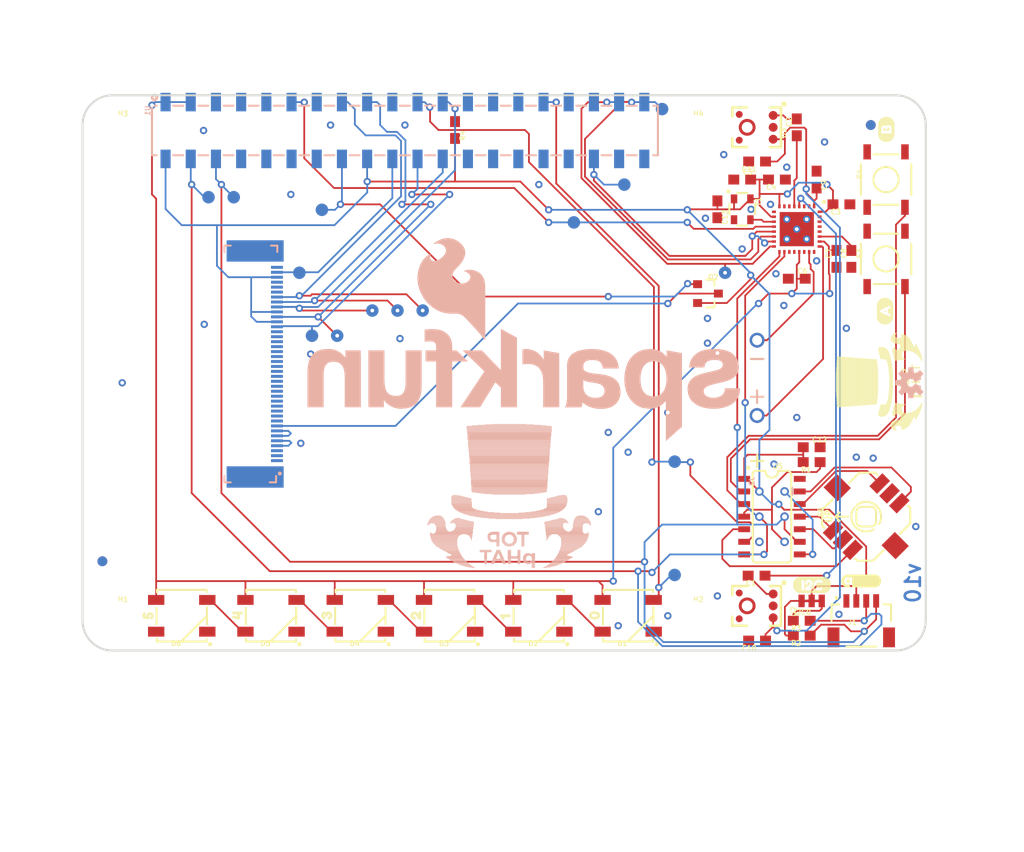
<source format=kicad_pcb>
(kicad_pcb (version 20211014) (generator pcbnew)
  (layers (0 "F.Cu" signal) (31 "B.Cu" signal) (34 "B.Paste" user) (35 "F.Paste" user) (36 "B.SilkS" user "B.Silkscreen") (37 "F.SilkS" user "F.Silkscreen") (38 "B.Mask" user) (39 "F.Mask" user) (44 "Edge.Cuts" user))
  (net 0 "")
  (net 1 "5V")
  (net 2 "3.3V")
  (net 3 "GND")
  (net 4 "SCL")
  (net 5 "SDA")
  (net 6 "N$22")
  (net 7 "N$6")
  (net 8 "N$29")
  (net 9 "N$30")
  (net 10 "RIGHTMIC")
  (net 11 "LEFTMIC")
  (net 12 "N$38")
  (net 13 "MICBIAS")
  (net 14 "BCLK")
  (net 15 "DAC-DAT")
  (net 16 "ADC-DAT")
  (net 17 "DAC-LRC")
  (net 18 "BTN_UP")
  (net 19 "BTN_DOWN")
  (net 20 "BTN_LEFT")
  (net 21 "BTN_RIGHT")
  (net 22 "BTN_CENTER")
  (net 23 "BTN_B")
  (net 24 "BTN_A")
  (net 25 "~{RST_ATTINY}")
  (net 26 "MISO")
  (net 27 "~{INT}")
  (net 28 "N$16")
  (net 29 "N$17")
  (net 30 "N$8")
  (net 31 "N$9")
  (net 32 "N$1")
  (net 33 "N$2")
  (net 34 "N$3")
  (net 35 "LED_DATA")
  (net 36 "SCK")
  (net 37 "~{CS}")
  (net 38 "D/C")
  (net 39 "SDI")
  (net 40 "SDO")
  (net 41 "~{RST_SCREEN}")
  (net 42 "N$4")
  (net 43 "N$11")
  (net 44 "~{BKLITE}")
  (footprint "boardEagle:FIDUCIAL-1X2" (layer "F.Cu") (at 185.4611 80.0036)
    (fp_text reference "FD3" hide)
    (fp_text value "FIDUCIAL1X2" hide)
  )
  (footprint "boardEagle:FIDUCIAL-1X2" (layer "F.Cu") (at 108.0011 124.0036)
    (fp_text reference "FD1" hide)
    (fp_text value "FIDUCIAL1X2" hide)
  )
  (footprint "boardEagle:55" (layer "F.Cu") (at 112.6011 130.8036 90)
    (fp_text reference "U$11" hide)
    (fp_text value "" hide)
  )
  (footprint "boardEagle:11" (layer "F.Cu") (at 148.6011 130.8036 90)
    (fp_text reference "U$4" hide)
    (fp_text value "" hide)
  )
  (footprint "boardEagle:JOYSTICK_MINI" (layer "F.Cu") (at 185.0011 119.5036 45)
    (fp_text reference "S6")
    (fp_text value "Joystick")
  )
  (footprint "boardEagle:RESONATOR-SMD-3.2X2.5" (layer "F.Cu") (at 172.5011 88.5036 -90)
    (fp_text reference "Y1")
    (fp_text value "24 MHz")
  )
  (footprint "boardEagle:0603" (layer "F.Cu") (at 179.5011 112.5036)
    (fp_text reference "C12")
    (fp_text value "0.1uF")
  )
  (footprint "boardEagle:0603" (layer "F.Cu") (at 182.0011 93.5036 90)
    (fp_text reference "C7")
    (fp_text value "4.7uF")
  )
  (footprint "boardEagle:B1" (layer "F.Cu") (at 187.0271 81.8226 90)
    (fp_text reference "U$7" hide)
    (fp_text value "" hide)
  )
  (footprint "boardEagle:WS2812B" (layer "F.Cu") (at 143.0011 129.5036 180)
    (fp_text reference "D3")
    (fp_text value "WS2812B")
  )
  (footprint "boardEagle:CREATIVE_COMMONS" (layer "F.Cu") (at 118.0011 153.0036)
    (fp_text reference "FRAME1" hide)
    (fp_text value "FRAME-LEDGER" hide)
  )
  (footprint "boardEagle:I2C3" (layer "F.Cu") (at 177.5131 126.3996)
    (fp_text reference "U$8" hide)
    (fp_text value "" hide)
  )
  (footprint "boardEagle:0603" (layer "F.Cu") (at 178.0011 95.5036)
    (fp_text reference "C6")
    (fp_text value "4.7uF")
  )
  (footprint "boardEagle:QFN-32" (layer "F.Cu") (at 178.0011 90.5036 -90)
    (fp_text reference "U4" hide)
    (fp_text value "WM8960" hide)
  )
  (footprint "boardEagle:0603" (layer "F.Cu") (at 176.0011 85.5036 180)
    (fp_text reference "C4")
    (fp_text value "0.1uF")
  )
  (footprint "boardEagle:SO14" (layer "F.Cu") (at 175.5011 119.5036 -90)
    (fp_text reference "U5")
    (fp_text value "ATTINY84")
  )
  (footprint "boardEagle:0603" (layer "F.Cu") (at 179.5011 114.0036 180)
    (fp_text reference "R1")
    (fp_text value "10k")
  )
  (footprint "boardEagle:STAND-OFF-TIGHT" (layer "F.Cu") (at 109.5011 129.5036)
    (fp_text reference "H1")
    (fp_text value "STAND-OFFTIGHT")
  )
  (footprint "boardEagle:0603" (layer "F.Cu") (at 143.5511 80.5036 -90)
    (fp_text reference "R4")
    (fp_text value "10k")
  )
  (footprint "boardEagle:ADMP401" (layer "F.Cu") (at 173.0011 128.5036 -90)
    (fp_text reference "U2")
    (fp_text value "ADMP401")
  )
  (footprint "boardEagle:0603" (layer "F.Cu") (at 178.0011 80.2336 90)
    (fp_text reference "C2")
    (fp_text value "2.2uF")
  )
  (footprint "boardEagle:0603" (layer "F.Cu") (at 174.0011 83.6836 180)
    (fp_text reference "C11")
    (fp_text value "0.1uF")
  )
  (footprint "boardEagle:WS2812B" (layer "F.Cu") (at 116.0011 129.5036 180)
    (fp_text reference "D6")
    (fp_text value "WS2812B")
  )
  (footprint "boardEagle:33" (layer "F.Cu") (at 130.6011 130.8036 90)
    (fp_text reference "U$9" hide)
    (fp_text value "" hide)
  )
  (footprint "boardEagle:0603" (layer "F.Cu") (at 180.0011 85.5036 -90)
    (fp_text reference "C9")
    (fp_text value "4.7uF")
  )
  (footprint "boardEagle:0603" (layer "F.Cu") (at 172.5011 85.5036)
    (fp_text reference "C5")
    (fp_text value "0.1uF")
  )
  (footprint "boardEagle:QWIIC_4MM" (layer "F.Cu") (at 184.5011 126.0036)
    (fp_text reference "LOGO3" hide)
    (fp_text value "QWIIC_LOGO_4MM" hide)
  )
  (footprint "boardEagle:0603" (layer "F.Cu") (at 183.5011 93.5036 90)
    (fp_text reference "C8")
    (fp_text value "4.7uF")
  )
  (footprint "boardEagle:WS2812B" (layer "F.Cu") (at 125.0011 129.5036 180)
    (fp_text reference "D5")
    (fp_text value "WS2812B")
  )
  (footprint "boardEagle:22" (layer "F.Cu") (at 139.6011 130.8036 90)
    (fp_text reference "U$5" hide)
    (fp_text value "" hide)
  )
  (footprint "boardEagle:SOT23-3" (layer "F.Cu") (at 169.0011 97.0036 -90)
    (fp_text reference "Q2")
    (fp_text value "1.1A/60V/600mΩ")
  )
  (footprint "boardEagle:ADMP401" (layer "F.Cu") (at 173.0011 80.2336 -90)
    (fp_text reference "U3")
    (fp_text value "ADMP401")
  )
  (footprint "boardEagle:A0" (layer "F.Cu") (at 186.9001 100.2376 90)
    (fp_text reference "U$6" hide)
    (fp_text value "" hide)
  )
  (footprint "boardEagle:0603" (layer "F.Cu") (at 174.0011 132.0036 180)
    (fp_text reference "C10")
    (fp_text value "0.1uF")
  )
  (footprint "boardEagle:TACTILE_SWITCH_SMD_5.2MM" (layer "F.Cu") (at 187.0011 85.5036 90)
    (fp_text reference "S4")
    (fp_text value "MOMENTARY-SWITCH-SPST-SMD-5.2MM-TALL")
  )
  (footprint "boardEagle:0603" (layer "F.Cu") (at 182.5011 88.0036 180)
    (fp_text reference "C3")
    (fp_text value "0.1uF")
  )
  (footprint "boardEagle:WS2812B" (layer "F.Cu") (at 161.0011 129.5036 180)
    (fp_text reference "D1")
    (fp_text value "WS2812B")
  )
  (footprint "boardEagle:WS2812B" (layer "F.Cu") (at 134.0011 129.5036 180)
    (fp_text reference "D4")
    (fp_text value "WS2812B")
  )
  (footprint "boardEagle:0603" (layer "F.Cu") (at 178.5011 131.5036 180)
    (fp_text reference "R2")
    (fp_text value "4.7k")
  )
  (footprint "boardEagle:JST04_1MM_RA" (layer "F.Cu") (at 184.5011 128.0036)
    (fp_text reference "J1")
    (fp_text value "QWIIC")
  )
  (footprint "boardEagle:SMT-JUMPER_3_2-NC_TRACE_NO-SILK" (layer "F.Cu") (at 179.5011 128.0036 180)
    (fp_text reference "I2C0")
    (fp_text value "JUMPER-SMT_3_2-NC_TRACE_NO-SILK")
  )
  (footprint "boardEagle:CVS-1508_PCBSPKR" (layer "F.Cu") (at 174.0011 105.5036 180)
    (fp_text reference "LS2" hide)
    (fp_text value "CVS-1508" hide)
  )
  (footprint "boardEagle:WS2812B" (layer "F.Cu") (at 152.0011 129.5036 180)
    (fp_text reference "D2")
    (fp_text value "WS2812B")
  )
  (footprint "boardEagle:00" (layer "F.Cu") (at 157.6011 130.8036 90)
    (fp_text reference "U$3" hide)
    (fp_text value "" hide)
  )
  (footprint "boardEagle:STAND-OFF-TIGHT" (layer "F.Cu") (at 167.5011 80.5036)
    (fp_text reference "H4")
    (fp_text value "STAND-OFFTIGHT")
  )
  (footprint "boardEagle:STAND-OFF-TIGHT" (layer "F.Cu") (at 167.5011 129.5036)
    (fp_text reference "H2")
    (fp_text value "STAND-OFFTIGHT")
  )
  (footprint "boardEagle:44" (layer "F.Cu") (at 121.6011 130.8036 90)
    (fp_text reference "U$10" hide)
    (fp_text value "" hide)
  )
  (footprint "boardEagle:0603" (layer "F.Cu") (at 178.5011 130.0036 180)
    (fp_text reference "R3")
    (fp_text value "4.7k")
  )
  (footprint "boardEagle:2020#02#27#PNG" (layer "F.Cu") (at 186.5011 106.0036 90)
    (fp_text reference "U$1" hide)
    (fp_text value "" hide)
  )
  (footprint "boardEagle:STAND-OFF-TIGHT" (layer "F.Cu") (at 109.5011 80.5036)
    (fp_text reference "H3")
    (fp_text value "STAND-OFFTIGHT")
  )
  (footprint "boardEagle:0603" (layer "F.Cu") (at 170.0011 88.5036 -90)
    (fp_text reference "C13")
    (fp_text value "10nF")
  )
  (footprint "boardEagle:TACTILE_SWITCH_SMD_5.2MM" (layer "F.Cu") (at 187.0011 93.5036 90)
    (fp_text reference "S3")
    (fp_text value "MOMENTARY-SWITCH-SPST-SMD-5.2MM-TALL")
  )
  (footprint "boardEagle:0603" (layer "F.Cu") (at 173.9511 125.4536 180)
    (fp_text reference "C1")
    (fp_text value "2.2uF")
  )
  (footprint "boardEagle:PAD.03X.05" (layer "B.Cu") (at 137.7511 98.7136 180)
    (fp_text reference "TP5" hide)
    (fp_text value "TEST-POINT3X5" hide)
  )
  (footprint "boardEagle:RASPBERRY_PI_SHIELD_BOTTOM_ENTRY_NOHOLES" (layer "B.Cu") (at 106.0011 75.7536)
    (fp_text reference "U1")
    (fp_text value "Raspberry Pi Header")
  )
  (footprint "boardEagle:2X3_TEST_POINTS" (layer "B.Cu") (at 175.5011 119.5036 -90)
    (fp_text reference "J2")
    (fp_text value "AVR_SPI_PROG_3X2TESTPOINTS")
  )
  (footprint "boardEagle:PAD.03X.05" (layer "B.Cu") (at 170.7711 94.9036 180)
    (fp_text reference "TP10" hide)
    (fp_text value "TEST-POINT3X5" hide)
  )
  (footprint "boardEagle:2020#02#27#PNG" (layer "B.Cu") (at 149.1811 117.7636 180)
    (fp_text reference "U$12" hide)
    (fp_text value "" hide)
  )
  (footprint "boardEagle:PAD.03X.05" (layer "B.Cu") (at 129.1311 101.2536 180)
    (fp_text reference "TP4" hide)
    (fp_text value "TEST-POINT3X5" hide)
  )
  (footprint "boardEagle:PAD.03X.05" (layer "B.Cu") (at 165.6911 125.3836 180)
    (fp_text reference "TP7" hide)
    (fp_text value "TEST-POINT3X5" hide)
  )
  (footprint "boardEagle:PAD.03X.05" (layer "B.Cu") (at 121.2411 87.2836 180)
    (fp_text reference "TP1" hide)
    (fp_text value "TEST-POINT3X5" hide)
  )
  (footprint "boardEagle:PAD.03X.05" (layer "B.Cu") (at 140.2911 98.7136 180)
    (fp_text reference "TP13" hide)
    (fp_text value "TEST-POINT3X5" hide)
  )
  (footprint "boardEagle:FPC05040-17204" (layer "B.Cu") (at 125.0011 104.1036 90)
    (fp_text reference "J3" hide)
    (fp_text value "2.4\" TFT" hide)
  )
  (footprint "boardEagle:PAD.03X.05" (layer "B.Cu") (at 160.6111 86.0136 180)
    (fp_text reference "TP9" hide)
    (fp_text value "TEST-POINT3X5" hide)
  )
  (footprint "boardEagle:SFE_LOGO_NAME_FLAME_.4" (layer "B.Cu") (at 173.0011 112.0036 180)
    (fp_text reference "LOGO2" hide)
    (fp_text value "SFE_LOGO_NAME_FLAME.4_INCH" hide)
  )
  (footprint "boardEagle:PAD.03X.05" (layer "B.Cu") (at 164.4211 78.3936 180)
    (fp_text reference "TP11" hide)
    (fp_text value "TEST-POINT3X5" hide)
  )
  (footprint "boardEagle:PAD.03X.05" (layer "B.Cu") (at 130.1311 88.5536 180)
    (fp_text reference "TP12" hide)
    (fp_text value "TEST-POINT3X5" hide)
  )
  (footprint "boardEagle:FIDUCIAL-1X2" (layer "B.Cu") (at 108.0011 124.0036 180)
    (fp_text reference "FD2" hide)
    (fp_text value "FIDUCIAL1X2" hide)
  )
  (footprint "boardEagle:PAD.03X.05" (layer "B.Cu") (at 131.6711 101.2536 180)
    (fp_text reference "TP14" hide)
    (fp_text value "TEST-POINT3X5" hide)
  )
  (footprint "boardEagle:FIDUCIAL-1X2" (layer "B.Cu") (at 185.4611 80.0036 180)
    (fp_text reference "FD4" hide)
    (fp_text value "FIDUCIAL1X2" hide)
  )
  (footprint "boardEagle:PAD.03X.05" (layer "B.Cu") (at 165.6911 113.9536 180)
    (fp_text reference "TP15" hide)
    (fp_text value "TEST-POINT3X5" hide)
  )
  (footprint "boardEagle:PAD.03X.05" (layer "B.Cu") (at 118.7011 87.2836 180)
    (fp_text reference "TP2" hide)
    (fp_text value "TEST-POINT3X5" hide)
  )
  (footprint "boardEagle:PAD.03X.05" (layer "B.Cu") (at 155.5311 89.8236 180)
    (fp_text reference "TP8" hide)
    (fp_text value "TEST-POINT3X5" hide)
  )
  (footprint "boardEagle:OSHW-LOGO-S" (layer "B.Cu") (at 189.5011 106.0036 -90)
    (fp_text reference "LOGO4" hide)
    (fp_text value "OSHW-LOGOS" hide)
  )
  (footprint "boardEagle:PAD.03X.05" (layer "B.Cu") (at 127.8611 94.9036 180)
    (fp_text reference "TP3" hide)
    (fp_text value "TEST-POINT3X5" hide)
  )
  (footprint "boardEagle:PAD.03X.05" (layer "B.Cu") (at 135.2111 98.7136 180)
    (fp_text reference "TP6" hide)
    (fp_text value "TEST-POINT3X5" hide)
  )
  (gr_arc (start 191.0011 130.0036) (mid 190.12242 132.12492) (end 188.0011 133.0036) (layer "Edge.Cuts") (width 0.2032))
  (gr_arc (start 109.0011 133.0036) (mid 106.87978 132.12492) (end 106.0011 130.0036) (layer "Edge.Cuts") (width 0.2032))
  (gr_line (start 188.0011 133.0036) (end 109.0011 133.0036) (layer "Edge.Cuts") (width 0.2032))
  (gr_arc (start 106.0011 80.0036) (mid 106.87978 77.88228) (end 109.0011 77.0036) (layer "Edge.Cuts") (width 0.2032))
  (gr_line (start 191.0011 80.0036) (end 191.0011 130.0036) (layer "Edge.Cuts") (width 0.2032))
  (gr_arc (start 188.0011 77.0036) (mid 190.12242 77.88228) (end 191.0011 80.0036) (layer "Edge.Cuts") (width 0.2032))
  (gr_line (start 109.0011 77.0036) (end 188.0011 77.0036) (layer "Edge.Cuts") (width 0.2032))
  (gr_line (start 106.0011 130.0036) (end 106.0011 80.0036) (layer "Edge.Cuts") (width 0.2032))
  (gr_text "v10" (at 190.6011 124.0036 -270) (layer "B.Cu") (effects (font (size 1.5113 1.5113) (thickness 0.2667)) (justify left bottom mirror)))
  (segment (start 181.2344 95.014069) (end 181.3161 95.095769) (width 0.1778) (layer "F.Cu") (net 1))
  (segment (start 158.4241 127.9036) (end 158.4241 126.4266) (width 0.1778) (layer "F.Cu") (net 1))
  (segment (start 113.4241 126.0036) (end 113.4241 87.4266) (width 0.1778) (layer "F.Cu") (net 1))
  (segment (start 181.3161 95.095769) (end 181.3161 97.0036) (width 0.1778) (layer "F.Cu") (net 1))
  (segment (start 122.4241 126.0266) (end 122.4011 126.0036) (width 0.1778) (layer "F.Cu") (net 1))
  (segment (start 149.4011 126.0036) (end 140.4011 126.0036) (width 0.1778) (layer "F.Cu") (net 1))
  (segment (start 131.4011 126.0036) (end 122.4011 126.0036) (width 0.1778) (layer "F.Cu") (net 1))
  (segment (start 178.0011 95.5036) (end 178.0011 96.5036) (width 0.1778) (layer "F.Cu") (net 1))
  (segment (start 113.0011 87.0036) (end 113.0011 78.0036) (width 0.1778) (layer "F.Cu") (net 1))
  (segment (start 122.4241 127.9036) (end 122.4241 126.0266) (width 0.1778) (layer "F.Cu") (net 1))
  (segment (start 175.1511 97.0036) (end 177.5011 97.0036) (width 0.1778) (layer "F.Cu") (net 1))
  (segment (start 113.4241 87.4266) (end 113.0011 87.0036) (width 0.1778) (layer "F.Cu") (net 1))
  (segment (start 158.4241 126.4266) (end 158.0011 126.0036) (width 0.1778) (layer "F.Cu") (net 1))
  (segment (start 181.2844 92.6536) (end 181.2344 92.7036) (width 0.1778) (layer "F.Cu") (net 1))
  (segment (start 158.0011 126.0036) (end 149.4011 126.0036) (width 0.1778) (layer "F.Cu") (net 1))
  (segment (start 182.0011 92.6536) (end 181.2844 92.6536) (width 0.1778) (layer "F.Cu") (net 1))
  (segment (start 181.2344 92.7036) (end 181.2344 95.014069) (width 0.1778) (layer "F.Cu") (net 1))
  (segment (start 181.2344 92.2369) (end 181.2344 92.7036) (width 0.1778) (layer "F.Cu") (net 1))
  (segment (start 178.8511 95.5036) (end 178.0011 95.5036) (width 0.1778) (layer "F.Cu") (net 1))
  (segment (start 149.4241 127.9036) (end 149.4241 126.0266) (width 0.1778) (layer "F.Cu") (net 1))
  (segment (start 131.4241 127.9036) (end 131.4241 126.0266) (width 0.1778) (layer "F.Cu") (net 1))
  (segment (start 140.4011 126.0036) (end 131.4011 126.0036) (width 0.1778) (layer "F.Cu") (net 1))
  (segment (start 158.0011 126.0036) (end 159.5011 126.0036) (width 0.1778) (layer "F.Cu") (net 1))
  (segment (start 149.4241 126.0266) (end 149.4011 126.0036) (width 0.1778) (layer "F.Cu") (net 1))
  (segment (start 178.2511 92.8036) (end 178.2511 93.8536) (width 0.1778) (layer "F.Cu") (net 1))
  (segment (start 180.3011 91.7536) (end 180.7511 91.7536) (width 0.1778) (layer "F.Cu") (net 1))
  (segment (start 178.2511 93.8536) (end 178.0011 94.1036) (width 0.1778) (layer "F.Cu") (net 1))
  (segment (start 140.4241 127.9036) (end 140.4241 126.0266) (width 0.1778) (layer "F.Cu") (net 1))
  (segment (start 174.1511 98.0036) (end 175.1511 97.0036) (width 0.1778) (layer "F.Cu") (net 1))
  (segment (start 178.0011 94.1036) (end 178.0011 95.5036) (width 0.1778) (layer "F.Cu") (net 1))
  (segment (start 113.4241 127.9036) (end 113.4241 126.0036) (width 0.1778) (layer "F.Cu") (net 1))
  (segment (start 140.4241 126.0266) (end 140.4011 126.0036) (width 0.1778) (layer "F.Cu") (net 1))
  (segment (start 131.4241 126.0266) (end 131.4011 126.0036) (width 0.1778) (layer "F.Cu") (net 1))
  (segment (start 122.4011 126.0036) (end 113.4241 126.0036) (width 0.1778) (layer "F.Cu") (net 1))
  (segment (start 178.0011 96.5036) (end 177.5011 97.0036) (width 0.1778) (layer "F.Cu") (net 1))
  (segment (start 180.7511 91.7536) (end 181.2344 92.2369) (width 0.1778) (layer "F.Cu") (net 1))
  (via (at 159.5011 126.0036) (size 0.7366) (drill 0.381) (layers "F.Cu" "B.Cu") (net 1))
  (via (at 181.3161 97.0036) (size 0.7366) (drill 0.381) (layers "F.Cu" "B.Cu") (net 1))
  (via (at 113.0011 78.0036) (size 0.7366) (drill 0.381) (layers "F.Cu" "B.Cu") (net 1))
  (via (at 177.5011 97.0036) (size 0.7366) (drill 0.381) (layers "F.Cu" "B.Cu") (net 1))
  (via (at 174.1511 98.0036) (size 0.7366) (drill 0.381) (layers "F.Cu" "B.Cu") (net 1))
  (segment (start 114.3711 77.6886) (end 116.9111 77.6886) (width 0.1778) (layer "B.Cu") (net 1))
  (segment (start 174.0511 98.0036) (end 174.1511 98.0036) (width 0.1778) (layer "B.Cu") (net 1))
  (segment (start 174.0511 98.0036) (end 159.5011 112.5536) (width 0.1778) (layer "B.Cu") (net 1))
  (segment (start 181.3161 97.0036) (end 177.5011 97.0036) (width 0.1778) (layer "B.Cu") (net 1))
  (segment (start 114.3711 77.6886) (end 113.3161 77.6886) (width 0.1778) (layer "B.Cu") (net 1))
  (segment (start 113.3161 77.6886) (end 113.0011 78.0036) (width 0.1778) (layer "B.Cu") (net 1))
  (segment (start 159.5011 126.0036) (end 159.5011 112.5536) (width 0.1778) (layer "B.Cu") (net 1))
  (segment (start 174.2511 87.0036) (end 174.2511 85.5036) (width 0.1778) (layer "F.Cu") (net 2))
  (segment (start 177.0511 86.9536) (end 176.2511 86.9536) (width 0.1778) (layer "F.Cu") (net 2))
  (segment (start 173.3511 85.5036) (end 174.2511 85.5036) (width 0.1778) (layer "F.Cu") (net 2))
  (segment (start 174.2011 87.4536) (end 174.2511 87.5036) (width 0.1778) (layer "F.Cu") (net 2))
  (segment (start 173.3516 95.1531) (end 173.3516 95.5531) (width 0.1778) (layer "F.Cu") (net 2))
  (segment (start 181.6511 86.6075) (end 181.0472 86.0036) (width 0.1778) (layer "F.Cu") (net 2))
  (segment (start 171.6761 88.5036) (end 170.0011 88.5036) (width 0.1778) (layer "F.Cu") (net 2))
  (segment (start 181.285656 118.8051) (end 185.0011 122.520544) (width 0.1778) (layer "F.Cu") (net 2))
  (segment (start 143.5511 81.3536) (end 143.5511 85.7036) (width 0.1778) (layer "F.Cu") (net 2))
  (segment (start 173.3516 95.5531) (end 170.9511 97.9536) (width 0.1778) (layer "F.Cu") (net 2))
  (segment (start 176.2511 86.9536) (end 174.3011 86.9536) (width 0.1778) (layer "F.Cu") (net 2))
  (segment (start 152.9911 88.5536) (end 150.1411 85.7036) (width 0.1778) (layer "F.Cu") (net 2))
  (segment (start 175.7011 89.2536) (end 175.4011 89.2536) (width 0.1778) (layer "F.Cu") (net 2))
  (segment (start 171.6761 87.4536) (end 171.6761 88.5036) (width 0.1778) (layer "F.Cu") (net 2))
  (segment (start 172.7011 115.6936) (end 172.9611 115.6936) (width 0.1778) (layer "F.Cu") (net 2))
  (segment (start 173.0511 113.2536) (end 178.6511 113.2536) (width 0.1778) (layer "F.Cu") (net 2))
  (segment (start 174.2511 85.5036) (end 175.1511 85.5036) (width 0.1778) (layer "F.Cu") (net 2))
  (segment (start 175.4011 89.2536) (end 174.2511 88.1036) (width 0.1778) (layer "F.Cu") (net 2))
  (segment (start 179.5011 128.0036) (end 179.5011 127.0036) (width 0.1778) (layer "F.Cu") (net 2))
  (segment (start 172.9611 115.6936) (end 174.2311 116.9636) (width 0.1778) (layer "F.Cu") (net 2))
  (segment (start 167.0111 88.5036) (end 166.9611 88.5536) (width 0.1778) (layer "F.Cu") (net 2))
  (segment (start 174.2511 88.1036) (end 174.2511 87.5036) (width 0.1778) (layer "F.Cu") (net 2))
  (segment (start 170.0011 88.5036) (end 167.0111 88.5036) (width 0.1778) (layer "F.Cu") (net 2))
  (segment (start 184.0011 126.5036) (end 184.0011 128.0036) (width 0.1778) (layer "F.Cu") (net 2))
  (segment (start 178.6511 113.2536) (end 178.6511 112.5036) (width 0.1778) (layer "F.Cu") (net 2))
  (segment (start 173.3261 87.4536) (end 172.2761 88.5036) (width 0.1778) (layer "F.Cu") (net 2))
  (segment (start 176.7376 118.8051) (end 181.285656 118.8051) (width 0.1778) (layer "F.Cu") (net 2))
  (segment (start 185.0011 122.520544) (end 185.0011 126.5036) (width 0.1778) (layer "F.Cu") (net 2))
  (segment (start 184.0011 126.5036) (end 185.0011 126.5036) (width 0.1778) (layer "F.Cu") (net 2))
  (segment (start 180.0011 126.5036) (end 184.0011 126.5036) (width 0.1778) (layer "F.Cu") (net 2))
  (segment (start 172.7011 115.6936) (end 172.7011 113.6036) (width 0.1778) (layer "F.Cu") (net 2))
  (segment (start 143.5511 85.7036) (end 134.7011 85.7036) (width 0.1778) (layer "F.Cu") (net 2))
  (segment (start 176.2511 88.2036) (end 176.2511 86.9536) (width 0.1778) (layer "F.Cu") (net 2))
  (segment (start 178.6511 114.0036) (end 178.6511 113.2536) (width 0.1778) (layer "F.Cu") (net 2))
  (segment (start 179.5011 127.0036) (end 180.0011 126.5036) (width 0.1778) (layer "F.Cu") (net 2))
  (segment (start 170.9511 97.9536) (end 168.0011 97.9536) (width 0.1778) (layer "F.Cu") (net 2))
  (segment (start 150.1411 85.7036) (end 143.5511 85.7036) (width 0.1778) (layer "F.Cu") (net 2))
  (segment (start 173.3261 87.4536) (end 174.2011 87.4536) (width 0.1778) (layer "F.Cu") (net 2))
  (segment (start 180.9011 88.7536) (end 181.6511 88.0036) (width 0.1778) (layer "F.Cu") (net 2))
  (segment (start 181.6511 88.0036) (end 181.6511 86.6075) (width 0.1778) (layer "F.Cu") (net 2))
  (segment (start 174.2511 87.5036) (end 174.2511 87.0036) (width 0.1778) (layer "F.Cu") (net 2))
  (segment (start 174.3011 86.9536) (end 174.2511 87.0036) (width 0.1778) (layer "F.Cu") (net 2))
  (segment (start 172.7011 113.6036) (end 173.0511 113.2536) (width 0.1778) (layer "F.Cu") (net 2))
  (segment (start 176.7376 118.8051) (end 176.1861 118.2536) (width 0.1778) (layer "F.Cu") (net 2))
  (segment (start 172.2761 88.5036) (end 171.6761 88.5036) (width 0.1778) (layer "F.Cu") (net 2))
  (segment (start 170.0011 87.6536) (end 170.0011 88.5036) (width 0.1778) (layer "F.Cu") (net 2))
  (segment (start 180.3011 88.7536) (end 180.9011 88.7536) (width 0.1778) (layer "F.Cu") (net 2))
  (via (at 134.7011 85.7036) (size 0.7366) (drill 0.381) (layers "F.Cu" "B.Cu") (net 2))
  (via (at 181.0472 86.0036) (size 0.7366) (drill 0.381) (layers "F.Cu" "B.Cu") (net 2))
  (via (at 152.9911 88.5536) (size 0.7366) (drill 0.381) (layers "F.Cu" "B.Cu") (net 2))
  (via (at 173.3516 95.1531) (size 0.7366) (drill 0.381) (layers "F.Cu" "B.Cu") (net 2))
  (via (at 176.1861 118.2536) (size 0.7366) (drill 0.381) (layers "F.Cu" "B.Cu") (net 2))
  (via (at 166.9611 88.5536) (size 0.7366) (drill 0.381) (layers "F.Cu" "B.Cu") (net 2))
  (via (at 177.0511 86.9536) (size 0.7366) (drill 0.381) (layers "F.Cu" "B.Cu") (net 2))
  (segment (start 119.5511 90.1036) (end 116.0011 90.1036) (width 0.1778) (layer "B.Cu") (net 2))
  (segment (start 123.5511 99.8536) (end 123.0011 99.3036) (width 0.1778) (layer "B.Cu") (net 2))
  (segment (start 123.0011 98.8536) (end 123.0011 95.3536) (width 0.1778) (layer "B.Cu") (net 2))
  (segment (start 180.864131 85.8186) (end 178.1861 85.8186) (width 0.1778) (layer "B.Cu") (net 2))
  (segment (start 175.5211 118.2536) (end 174.2311 116.9636) (width 0.1778) (layer "B.Cu") (net 2))
  (segment (start 114.3711 88.4736) (end 116.0011 90.1036) (width 0.1778) (layer "B.Cu") (net 2))
  (segment (start 125.6011 98.8536) (end 123.0011 98.8536) (width 0.1778) (layer "B.Cu") (net 2))
  (segment (start 174.2311 116.9636) (end 174.2311 111.7736) (width 0.1778) (layer "B.Cu") (net 2))
  (segment (start 134.6911 85.6936) (end 134.6911 83.4186) (width 0.1778) (layer "B.Cu") (net 2))
  (segment (start 114.3711 83.4186) (end 114.3711 88.4736) (width 0.1778) (layer "B.Cu") (net 2))
  (segment (start 175.2511 97.0526) (end 173.3516 95.1531) (width 0.1778) (layer "B.Cu") (net 2))
  (segment (start 181.0472 86.0036) (end 181.0472 86.001669) (width 0.1778) (layer "B.Cu") (net 2))
  (segment (start 125.6011 99.8536) (end 123.5511 99.8536) (width 0.1778) (layer "B.Cu") (net 2))
  (segment (start 181.0472 86.001669) (end 180.864131 85.8186) (width 0.1778) (layer "B.Cu") (net 2))
  (segment (start 173.3516 94.9441) (end 166.9611 88.5536) (width 0.1778) (layer "B.Cu") (net 2))
  (segment (start 173.3516 95.1531) (end 173.3516 94.9441) (width 0.1778) (layer "B.Cu") (net 2))
  (segment (start 176.1861 118.2536) (end 175.5211 118.2536) (width 0.1778) (layer "B.Cu") (net 2))
  (segment (start 120.7011 95.3536) (end 119.5511 94.2036) (width 0.1778) (layer "B.Cu") (net 2))
  (segment (start 166.9611 88.5536) (end 152.9911 88.5536) (width 0.1778) (layer "B.Cu") (net 2))
  (segment (start 131.4011 90.1036) (end 119.5511 90.1036) (width 0.1778) (layer "B.Cu") (net 2))
  (segment (start 134.7011 85.7036) (end 134.6911 85.6936) (width 0.1778) (layer "B.Cu") (net 2))
  (segment (start 134.7011 85.7036) (end 134.7011 86.8036) (width 0.1778) (layer "B.Cu") (net 2))
  (segment (start 123.0011 95.3536) (end 120.7011 95.3536) (width 0.1778) (layer "B.Cu") (net 2))
  (segment (start 123.0011 99.3036) (end 123.0011 98.8536) (width 0.1778) (layer "B.Cu") (net 2))
  (segment (start 123.0011 95.3536) (end 125.6011 95.3536) (width 0.1778) (layer "B.Cu") (net 2))
  (segment (start 175.2511 110.7536) (end 175.2511 97.0526) (width 0.1778) (layer "B.Cu") (net 2))
  (segment (start 178.1861 85.8186) (end 177.0511 86.9536) (width 0.1778) (layer "B.Cu") (net 2))
  (segment (start 119.5511 94.2036) (end 119.5511 90.1036) (width 0.1778) (layer "B.Cu") (net 2))
  (segment (start 134.7011 86.8036) (end 131.4011 90.1036) (width 0.1778) (layer "B.Cu") (net 2))
  (segment (start 174.2311 111.7736) (end 175.2511 110.7536) (width 0.1778) (layer "B.Cu") (net 2))
  (via (at 173.3931 88.5036) (size 0.7366) (drill 0.381) (layers "F.Cu" "B.Cu") (net 3))
  (via (at 118.2711 100.1036) (size 0.7366) (drill 0.381) (layers "F.Cu" "B.Cu") (net 3))
  (via (at 175.3511 88.0036) (size 0.7366) (drill 0.381) (layers "F.Cu" "B.Cu") (net 3))
  (via (at 165.0011 109.0036) (size 0.7366) (drill 0.381) (layers "F.Cu" "B.Cu") (net 3))
  (via (at 169.0011 102.0036) (size 0.7366) (drill 0.381) (layers "F.Cu" "B.Cu") (net 3))
  (via (at 183.0011 100.5036) (size 0.7366) (drill 0.381) (layers "F.Cu" "B.Cu") (net 3))
  (via (at 170.0011 103.0036) (size 0.7366) (drill 0.381) (layers "F.Cu" "B.Cu") (net 3))
  (via (at 161.0011 113.0036) (size 0.7366) (drill 0.381) (layers "F.Cu" "B.Cu") (net 3))
  (via (at 176.9911 84.2536) (size 0.7366) (drill 0.381) (layers "F.Cu" "B.Cu") (net 3))
  (via (at 184.0011 113.5036) (size 0.7366) (drill 0.381) (layers "F.Cu" "B.Cu") (net 3))
  (via (at 190.0011 120.5036) (size 0.7366) (drill 0.381) (layers "F.Cu" "B.Cu") (net 3))
  (via (at 179.0011 91.5036) (size 0.7366) (drill 0.381) (layers "F.Cu" "B.Cu") (net 3))
  (via (at 165.0011 129.5036) (size 0.7366) (drill 0.381) (layers "F.Cu" "B.Cu") (net 3))
  (via (at 180.8011 81.7136) (size 0.7366) (drill 0.381) (layers "F.Cu" "B.Cu") (net 3))
  (via (at 152.0011 86.0036) (size 0.7366) (drill 0.381) (layers "F.Cu" "B.Cu") (net 3))
  (via (at 179.0011 89.5036) (size 0.7366) (drill 0.381) (layers "F.Cu" "B.Cu") (net 3))
  (via (at 169.0011 99.5036) (size 0.7366) (drill 0.381) (layers "F.Cu" "B.Cu") (net 3))
  (via (at 178.0011 90.5036) (size 0.7366) (drill 0.381) (layers "F.Cu" "B.Cu") (net 3))
  (via (at 177.0011 89.5036) (size 0.7366) (drill 0.381) (layers "F.Cu" "B.Cu") (net 3))
  (via (at 170.0011 127.5036) (size 0.7366) (drill 0.381) (layers "F.Cu" "B.Cu") (net 3))
  (via (at 176.7011 98.2036) (size 0.7366) (drill 0.381) (layers "F.Cu" "B.Cu") (net 3))
  (via (at 158.0011 119.0036) (size 0.7366) (drill 0.381) (layers "F.Cu" "B.Cu") (net 3))
  (via (at 178.0011 109.5036) (size 0.7366) (drill 0.381) (layers "F.Cu" "B.Cu") (net 3))
  (via (at 129.0011 103.1036) (size 0.7366) (drill 0.381) (layers "F.Cu" "B.Cu") (net 3))
  (via (at 185.7011 113.6036) (size 0.7366) (drill 0.381) (layers "F.Cu" "B.Cu") (net 3))
  (via (at 172.4931 92.5036) (size 0.7366) (drill 0.381) (layers "F.Cu" "B.Cu") (net 3))
  (via (at 128.0011 112.1036) (size 0.7366) (drill 0.381) (layers "F.Cu" "B.Cu") (net 3))
  (via (at 110.0011 106.0036) (size 0.7366) (drill 0.381) (layers "F.Cu" "B.Cu") (net 3))
  (via (at 160.0011 130.5036) (size 0.7366) (drill 0.381) (layers "F.Cu" "B.Cu") (net 3))
  (via (at 127.0011 87.0036) (size 0.7366) (drill 0.381) (layers "F.Cu" "B.Cu") (net 3))
  (via (at 175.7011 114.2036) (size 0.7366) (drill 0.381) (layers "F.Cu" "B.Cu") (net 3))
  (via (at 159.0011 111.0036) (size 0.7366) (drill 0.381) (layers "F.Cu" "B.Cu") (net 3))
  (via (at 175.9011 95.0036) (size 0.7366) (drill 0.381) (layers "F.Cu" "B.Cu") (net 3))
  (via (at 170.6411 82.9836) (size 0.7366) (drill 0.381) (layers "F.Cu" "B.Cu") (net 3))
  (via (at 131.0011 80.0036) (size 0.7366) (drill 0.381) (layers "F.Cu" "B.Cu") (net 3))
  (via (at 177.0011 91.5036) (size 0.7366) (drill 0.381) (layers "F.Cu" "B.Cu") (net 3))
  (via (at 182.2511 129.3536) (size 0.7366) (drill 0.381) (layers "F.Cu" "B.Cu") (net 3))
  (via (at 138.5011 80.0036) (size 0.7366) (drill 0.381) (layers "F.Cu" "B.Cu") (net 3))
  (via (at 168.7931 89.4036) (size 0.7366) (drill 0.381) (layers "F.Cu" "B.Cu") (net 3))
  (via (at 138.0011 101.5436) (size 0.7366) (drill 0.381) (layers "F.Cu" "B.Cu") (net 3))
  (via (at 118.2011 80.5536) (size 0.7366) (drill 0.381) (layers "F.Cu" "B.Cu") (net 3))
  (via (at 180.0011 93.7036) (size 0.7366) (drill 0.381) (layers "F.Cu" "B.Cu") (net 3))
  (segment (start 125.6011 111.8536) (end 126.8511 111.8536) (width 0.1778) (layer "B.Cu") (net 3))
  (segment (start 126.7511 110.8536) (end 127.0011 111.1036) (width 0.1778) (layer "B.Cu") (net 3))
  (segment (start 126.7511 111.3536) (end 127.0011 111.1036) (width 0.1778) (layer "B.Cu") (net 3))
  (segment (start 126.8511 111.8536) (end 127.0511 112.0536) (width 0.1778) (layer "B.Cu") (net 3))
  (segment (start 125.6011 111.3536) (end 126.7511 111.3536) (width 0.1778) (layer "B.Cu") (net 3))
  (segment (start 126.7511 112.3536) (end 127.0511 112.0536) (width 0.1778) (layer "B.Cu") (net 3))
  (segment (start 125.6011 112.3536) (end 126.7511 112.3536) (width 0.1778) (layer "B.Cu") (net 3))
  (segment (start 125.6011 110.8536) (end 126.7511 110.8536) (width 0.1778) (layer "B.Cu") (net 3))
  (segment (start 186.0011 128.0036) (end 186.0011 129.8686) (width 0.1778) (layer "F.Cu") (net 4))
  (segment (start 186.0011 129.8686) (end 184.8011 131.0686) (width 0.1778) (layer "F.Cu") (net 4))
  (segment (start 162.6511 124.0536) (end 126.9311 124.0536) (width 0.1778) (layer "F.Cu") (net 4))
  (segment (start 126.9311 124.0536) (end 120.0011 117.1236) (width 0.1778) (layer "F.Cu") (net 4))
  (segment (start 184.8011 131.0686) (end 183.468068 131.0686) (width 0.1778) (layer "F.Cu") (net 4))
  (segment (start 180.4511 130.4036) (end 182.803068 130.4036) (width 0.1778) (layer "F.Cu") (net 4))
  (segment (start 176.7711 120.7736) (end 178.0411 122.0436) (width 0.1778) (layer "F.Cu") (net 4))
  (segment (start 120.0011 117.1236) (end 120.0011 86.0036) (width 0.1778) (layer "F.Cu") (net 4))
  (segment (start 172.0011 110.5036) (end 172.0011 97.5007) (width 0.1778) (layer "F.Cu") (net 4))
  (segment (start 179.3511 131.5036) (end 180.4511 130.4036) (width 0.1778) (layer "F.Cu") (net 4))
  (segment (start 176.2511 93.2507) (end 176.2511 92.8036) (width 0.1778) (layer "F.Cu") (net 4))
  (segment (start 183.468068 131.0686) (end 182.803068 130.4036) (width 0.1778) (layer "F.Cu") (net 4))
  (segment (start 176.7711 119.5036) (end 176.7711 120.7736) (width 0.1778) (layer "F.Cu") (net 4))
  (segment (start 178.0411 122.0436) (end 178.3011 122.0436) (width 0.1778) (layer "F.Cu") (net 4))
  (segment (start 172.0011 97.5007) (end 176.2511 93.2507) (width 0.1778) (layer "F.Cu") (net 4))
  (via (at 120.0011 86.0036) (size 0.7366) (drill 0.381) (layers "F.Cu" "B.Cu") (net 4))
  (via (at 172.0011 110.5036) (size 0.7366) (drill 0.381) (layers "F.Cu" "B.Cu") (net 4))
  (via (at 162.6511 124.0536) (size 0.7366) (drill 0.381) (layers "F.Cu" "B.Cu") (net 4))
  (via (at 184.8011 131.0686) (size 0.7366) (drill 0.381) (layers "F.Cu" "B.Cu") (net 4))
  (segment (start 120.0011 86.0436) (end 121.2411 87.2836) (width 0.1778) (layer "B.Cu") (net 4))
  (segment (start 162.6564 124.0589) (end 162.6511 124.0536) (width 0.1778) (layer "B.Cu") (net 4))
  (segment (start 172.0011 110.5036) (end 172.0011 120.2636) (width 0.1778) (layer "B.Cu") (net 4))
  (segment (start 175.9711 120.3036) (end 172.0411 120.3036) (width 0.1778) (layer "B.Cu") (net 4))
  (segment (start 164.4211 120.3036) (end 162.6564 122.0683) (width 0.1778) (layer "B.Cu") (net 4))
  (segment (start 119.4511 85.4536) (end 119.4511 83.4186) (width 0.1778) (layer "B.Cu") (net 4))
  (segment (start 120.0011 86.0036) (end 120.0011 86.0436) (width 0.1778) (layer "B.Cu") (net 4))
  (segment (start 164.548412 132.1536) (end 162.6564 130.261588) (width 0.1778) (layer "B.Cu") (net 4))
  (segment (start 183.7161 132.1536) (end 164.548412 132.1536) (width 0.1778) (layer "B.Cu") (net 4))
  (segment (start 176.7711 119.5036) (end 175.9711 120.3036) (width 0.1778) (layer "B.Cu") (net 4))
  (segment (start 172.0411 120.3036) (end 164.4211 120.3036) (width 0.1778) (layer "B.Cu") (net 4))
  (segment (start 162.6564 130.261588) (end 162.6564 124.0589) (width 0.1778) (layer "B.Cu") (net 4))
  (segment (start 172.0011 120.2636) (end 172.0411 120.3036) (width 0.1778) (layer "B.Cu") (net 4))
  (segment (start 120.0011 86.0036) (end 119.4511 85.4536) (width 0.1778) (layer "B.Cu") (net 4))
  (segment (start 162.6564 122.0683) (end 162.6564 124.0589) (width 0.1778) (layer "B.Cu") (net 4))
  (segment (start 184.8011 131.0686) (end 183.7161 132.1536) (width 0.1778) (layer "B.Cu") (net 4))
  (segment (start 176.7511 92.8036) (end 176.7511 93.2536) (width 0.1778) (layer "F.Cu") (net 5))
  (segment (start 174.2311 119.5036) (end 175.0011 120.2736) (width 0.1778) (layer "F.Cu") (net 5))
  (segment (start 124.8811 125.0036) (end 162.0011 125.0036) (width 0.1778) (layer "F.Cu") (net 5))
  (segment (start 185.0011 128.0036) (end 185.0011 129.8036) (width 0.1778) (layer "F.Cu") (net 5))
  (segment (start 176.7511 93.2536) (end 172.8011 97.2036) (width 0.1778) (layer "F.Cu") (net 5))
  (segment (start 172.8011 97.2036) (end 172.8011 108.0036) (width 0.1778) (layer "F.Cu") (net 5))
  (segment (start 174.6911 123.3136) (end 172.7011 123.3136) (width 0.1778) (layer "F.Cu") (net 5))
  (segment (start 185.0011 129.8036) (end 184.8011 130.0036) (width 0.1778) (layer "F.Cu") (net 5))
  (segment (start 124.8811 125.0036) (end 117.0011 117.1236) (width 0.1778) (layer "F.Cu") (net 5))
  (segment (start 117.0011 86.0036) (end 117.0011 117.1236) (width 0.1778) (layer "F.Cu") (net 5))
  (segment (start 184.8011 130.0036) (end 179.3511 130.0036) (width 0.1778) (layer "F.Cu") (net 5))
  (segment (start 175.0011 120.2736) (end 175.0011 123.0036) (width 0.1778) (layer "F.Cu") (net 5))
  (segment (start 163.2791 125.0036) (end 162.0011 125.0036) (width 0.1778) (layer "F.Cu") (net 5))
  (segment (start 175.0011 123.0036) (end 174.6911 123.3136) (width 0.1778) (layer "F.Cu") (net 5))
  (segment (start 163.4051 125.1296) (end 163.2791 125.0036) (width 0.1778) (layer "F.Cu") (net 5))
  (via (at 163.4051 125.1296) (size 0.7366) (drill 0.381) (layers "F.Cu" "B.Cu") (net 5))
  (via (at 174.6911 123.3136) (size 0.7366) (drill 0.381) (layers "F.Cu" "B.Cu") (net 5))
  (via (at 162.0011 125.0036) (size 0.7366) (drill 0.381) (layers "F.Cu" "B.Cu") (net 5))
  (via (at 184.8011 130.0036) (size 0.7366) (drill 0.381) (layers "F.Cu" "B.Cu") (net 5))
  (via (at 172.8011 108.0036) (size 0.7366) (drill 0.381) (layers "F.Cu" "B.Cu") (net 5))
  (via (at 117.0011 86.0036) (size 0.7366) (drill 0.381) (layers "F.Cu" "B.Cu") (net 5))
  (segment (start 162.0008 130.108888) (end 164.451112 132.5592) (width 0.1778) (layer "B.Cu") (net 5))
  (segment (start 172.8011 118.3036) (end 174.0011 119.5036) (width 0.1778) (layer "B.Cu") (net 5))
  (segment (start 162.0011 125.0036) (end 162.0008 125.0039) (width 0.1778) (layer "B.Cu") (net 5))
  (segment (start 116.9111 85.9136) (end 116.9111 83.4186) (width 0.1778) (layer "B.Cu") (net 5))
  (segment (start 185.5011 129.3036) (end 184.8011 130.0036) (width 0.1778) (layer "B.Cu") (net 5))
  (segment (start 165.2211 123.3136) (end 163.4051 125.1296) (width 0.1778) (layer "B.Cu") (net 5))
  (segment (start 117.0011 86.0036) (end 116.9111 85.9136) (width 0.1778) (layer "B.Cu") (net 5))
  (segment (start 184.3455 132.5592) (end 186.5361 130.3686) (width 0.1778) (layer "B.Cu") (net 5))
  (segment (start 186.3011 129.3036) (end 185.5011 129.3036) (width 0.1778) (layer "B.Cu") (net 5))
  (segment (start 162.0008 125.0039) (end 162.0008 130.108888) (width 0.1778) (layer "B.Cu") (net 5))
  (segment (start 174.0011 119.5036) (end 174.2311 119.5036) (width 0.1778) (layer "B.Cu") (net 5))
  (segment (start 186.5361 129.5386) (end 186.3011 129.3036) (width 0.1778) (layer "B.Cu") (net 5))
  (segment (start 164.451112 132.5592) (end 184.3455 132.5592) (width 0.1778) (layer "B.Cu") (net 5))
  (segment (start 186.5361 130.3686) (end 186.5361 129.5386) (width 0.1778) (layer "B.Cu") (net 5))
  (segment (start 172.8011 108.0036) (end 172.8011 118.3036) (width 0.1778) (layer "B.Cu") (net 5))
  (segment (start 118.2811 87.2836) (end 118.7011 87.2836) (width 0.1778) (layer "B.Cu") (net 5))
  (segment (start 117.0011 86.0036) (end 118.2811 87.2836) (width 0.1778) (layer "B.Cu") (net 5))
  (segment (start 174.6911 123.3136) (end 165.2211 123.3136) (width 0.1778) (layer "B.Cu") (net 5))
  (segment (start 179.2511 93.915532) (end 179.399118 94.06355) (width 0.1778) (layer "F.Cu") (net 6))
  (segment (start 179.7011 94.8226) (end 179.399118 94.520619) (width 0.1778) (layer "F.Cu") (net 6))
  (segment (start 179.2511 92.8036) (end 179.2511 93.915532) (width 0.1778) (layer "F.Cu") (net 6))
  (segment (start 179.7011 97.0036) (end 175.0011 101.7036) (width 0.1778) (layer "F.Cu") (net 6))
  (segment (start 179.7011 97.0036) (end 179.7011 94.8226) (width 0.1778) (layer "F.Cu") (net 6))
  (segment (start 174.0011 101.7036) (end 175.0011 101.7036) (width 0.1778) (layer "F.Cu") (net 6))
  (segment (start 179.399118 94.06355) (end 179.399118 94.520619) (width 0.1778) (layer "F.Cu") (net 6))
  (segment (start 180.6511 103.6036) (end 174.9511 109.3036) (width 0.1778) (layer "F.Cu") (net 7))
  (segment (start 180.6511 92.3536) (end 180.5511 92.2536) (width 0.1778) (layer "F.Cu") (net 7))
  (segment (start 180.6511 92.3536) (end 180.6511 103.6036) (width 0.1778) (layer "F.Cu") (net 7))
  (segment (start 174.0011 109.3036) (end 174.9511 109.3036) (width 0.1778) (layer "F.Cu") (net 7))
  (segment (start 180.3011 92.2536) (end 180.5511 92.2536) (width 0.1778) (layer "F.Cu") (net 7))
  (segment (start 174.8011 125.4536) (end 181.0011 125.4536) (width 0.1778) (layer "F.Cu") (net 8))
  (segment (start 181.0011 125.4536) (end 181.0161 125.4386) (width 0.1778) (layer "F.Cu") (net 8))
  (segment (start 178.2511 88.2036) (end 178.2511 87.5536) (width 0.1778) (layer "F.Cu") (net 8))
  (segment (start 178.2511 87.5536) (end 178.4011 87.4036) (width 0.1778) (layer "F.Cu") (net 8))
  (via (at 178.4011 87.4036) (size 0.7366) (drill 0.381) (layers "F.Cu" "B.Cu") (net 8))
  (via (at 181.0161 125.4386) (size 0.7366) (drill 0.381) (layers "F.Cu" "B.Cu") (net 8))
  (segment (start 178.4011 87.4036) (end 181.9511 90.9536) (width 0.1778) (layer "B.Cu") (net 8))
  (segment (start 181.9511 90.9536) (end 181.9511 124.5036) (width 0.1778) (layer "B.Cu") (net 8))
  (segment (start 181.0161 125.4386) (end 181.9511 124.5036) (width 0.1778) (layer "B.Cu") (net 8))
  (segment (start 177.7511 85.6036) (end 177.7511 88.2036) (width 0.1778) (layer "F.Cu") (net 9))
  (segment (start 178.0011 85.3536) (end 177.7511 85.6036) (width 0.1778) (layer "F.Cu") (net 9))
  (segment (start 178.0011 81.0836) (end 178.0011 85.3536) (width 0.1778) (layer "F.Cu") (net 9))
  (segment (start 176.6511 79.0336) (end 177.0011 79.3836) (width 0.1778) (layer "F.Cu") (net 10))
  (segment (start 175.6211 79.0336) (end 176.6511 79.0336) (width 0.1778) (layer "F.Cu") (net 10))
  (segment (start 177.0011 79.3836) (end 178.0011 79.3836) (width 0.1778) (layer "F.Cu") (net 10))
  (segment (start 174.9511 127.3036) (end 175.6211 127.3036) (width 0.1778) (layer "F.Cu") (net 11))
  (segment (start 173.1011 125.4536) (end 174.9511 127.3036) (width 0.1778) (layer "F.Cu") (net 11))
  (segment (start 183.5011 92.2036) (end 183.5011 92.6536) (width 0.1778) (layer "F.Cu") (net 12))
  (segment (start 182.5511 91.2536) (end 183.5011 92.2036) (width 0.1778) (layer "F.Cu") (net 12))
  (segment (start 180.3011 91.2536) (end 182.5511 91.2536) (width 0.1778) (layer "F.Cu") (net 12))
  (segment (start 180.0011 87.4036) (end 180.0011 86.3536) (width 0.1778) (layer "F.Cu") (net 13))
  (segment (start 179.7511 88.2036) (end 179.7511 87.6536) (width 0.1778) (layer "F.Cu") (net 13))
  (segment (start 176.7711 81.4336) (end 176.8011 81.4036) (width 0.1778) (layer "F.Cu") (net 13))
  (segment (start 175.6211 129.7036) (end 175.6211 130.6036) (width 0.1778) (layer "F.Cu") (net 13))
  (segment (start 178.9511 86.4536) (end 178.9511 86.8536) (width 0.1778) (layer "F.Cu") (net 13))
  (segment (start 175.6211 130.6036) (end 175.6211 130.6236) (width 0.1778) (layer "F.Cu") (net 13))
  (segment (start 178.9511 86.4536) (end 178.9511 80.4536) (width 0.1778) (layer "F.Cu") (net 13))
  (segment (start 178.7644 80.2669) (end 177.3378 80.2669) (width 0.1778) (layer "F.Cu") (net 13))
  (segment (start 176.8011 82.9036) (end 176.8011 81.4036) (width 0.1778) (layer "F.Cu") (net 13))
  (segment (start 174.8511 83.6836) (end 176.0211 83.6836) (width 0.1778) (layer "F.Cu") (net 13))
  (segment (start 176.0211 83.6836) (end 176.8011 82.9036) (width 0.1778) (layer "F.Cu") (net 13))
  (segment (start 174.8511 131.3736) (end 174.8511 132.0036) (width 0.1778) (layer "F.Cu") (net 13))
  (segment (start 176.8011 80.8036) (end 177.3378 80.2669) (width 0.1778) (layer "F.Cu") (net 13))
  (segment (start 175.6211 81.4336) (end 176.7711 81.4336) (width 0.1778) (layer "F.Cu") (net 13))
  (segment (start 178.9511 80.4536) (end 178.7644 80.2669) (width 0.1778) (layer "F.Cu") (net 13))
  (segment (start 176.8011 81.4036) (end 176.8011 80.8036) (width 0.1778) (layer "F.Cu") (net 13))
  (segment (start 179.7511 87.6536) (end 178.9511 86.8536) (width 0.1778) (layer "F.Cu") (net 13))
  (segment (start 175.6211 130.6036) (end 174.8511 131.3736) (width 0.1778) (layer "F.Cu") (net 13))
  (segment (start 179.7511 87.6536) (end 180.0011 87.4036) (width 0.1778) (layer "F.Cu") (net 13))
  (segment (start 175.6211 130.6236) (end 176.0011 131.0036) (width 0.1778) (layer "F.Cu") (net 13))
  (via (at 176.0011 131.0036) (size 0.7366) (drill 0.381) (layers "F.Cu" "B.Cu") (net 13))
  (via (at 178.9511 86.4536) (size 0.7366) (drill 0.381) (layers "F.Cu" "B.Cu") (net 13))
  (segment (start 182.3511 127.6536) (end 182.3511 90.3536) (width 0.1778) (layer "B.Cu") (net 13))
  (segment (start 179.0011 131.0036) (end 182.3511 127.6536) (width 0.1778) (layer "B.Cu") (net 13))
  (segment (start 178.9511 86.9536) (end 178.9511 86.4536) (width 0.1778) (layer "B.Cu") (net 13))
  (segment (start 182.3511 90.3536) (end 178.9511 86.9536) (width 0.1778) (layer "B.Cu") (net 13))
  (segment (start 176.0011 131.0036) (end 179.0011 131.0036) (width 0.1778) (layer "B.Cu") (net 13))
  (segment (start 131.3511 86.3536) (end 128.3511 83.3536) (width 0.1778) (layer "F.Cu") (net 14))
  (segment (start 152.9911 89.8236) (end 149.5211 86.3536) (width 0.1778) (layer "F.Cu") (net 14))
  (segment (start 167.6078 90.4703) (end 166.9611 89.8236) (width 0.1778) (layer "F.Cu") (net 14))
  (segment (start 173.828268 90.2536) (end 173.611568 90.4703) (width 0.1778) (layer "F.Cu") (net 14))
  (segment (start 149.5211 86.3536) (end 131.3511 86.3536) (width 0.1778) (layer "F.Cu") (net 14))
  (segment (start 175.7011 90.2536) (end 173.828268 90.2536) (width 0.1778) (layer "F.Cu") (net 14))
  (segment (start 173.611568 90.4703) (end 167.6078 90.4703) (width 0.1778) (layer "F.Cu") (net 14))
  (segment (start 128.3511 83.3536) (end 128.3511 77.7036) (width 0.1778) (layer "F.Cu") (net 14))
  (via (at 128.3511 77.7036) (size 0.7366) (drill 0.381) (layers "F.Cu" "B.Cu") (net 14))
  (via (at 166.9611 89.8236) (size 0.7366) (drill 0.381) (layers "F.Cu" "B.Cu") (net 14))
  (via (at 152.9911 89.8236) (size 0.7366) (drill 0.381) (layers "F.Cu" "B.Cu") (net 14))
  (segment (start 152.9911 89.8236) (end 155.5311 89.8236) (width 0.1778) (layer "B.Cu") (net 14))
  (segment (start 155.5311 89.8236) (end 166.9611 89.8236) (width 0.1778) (layer "B.Cu") (net 14))
  (segment (start 128.3511 77.7036) (end 128.3361 77.6886) (width 0.1778) (layer "B.Cu") (net 14))
  (segment (start 128.3361 77.6886) (end 127.0711 77.6886) (width 0.1778) (layer "B.Cu") (net 14))
  (segment (start 161.3194 77.6719) (end 161.3511 77.7036) (width 0.1778) (layer "F.Cu") (net 15))
  (segment (start 165.0038 93.5592) (end 156.6511 85.2065) (width 0.1778) (layer "F.Cu") (net 15))
  (segment (start 174.1234 91.5306) (end 174.1234 92.782232) (width 0.1778) (layer "F.Cu") (net 15))
  (segment (start 174.1234 92.782232) (end 173.346431 93.5592) (width 0.1778) (layer "F.Cu") (net 15))
  (segment (start 156.6511 85.2065) (end 156.6511 81.4036) (width 0.1778) (layer "F.Cu") (net 15))
  (segment (start 173.346431 93.5592) (end 165.0038 93.5592) (width 0.1778) (layer "F.Cu") (net 15))
  (segment (start 160.3828 77.6719) (end 161.3194 77.6719) (width 0.1778) (layer "F.Cu") (net 15))
  (segment (start 174.4004 91.2536) (end 174.1234 91.5306) (width 0.1778) (layer "F.Cu") (net 15))
  (segment (start 175.7011 91.2536) (end 174.4004 91.2536) (width 0.1778) (layer "F.Cu") (net 15))
  (segment (start 156.6511 81.4036) (end 160.3828 77.6719) (width 0.1778) (layer "F.Cu") (net 15))
  (via (at 161.3511 77.7036) (size 0.7366) (drill 0.381) (layers "F.Cu" "B.Cu") (net 15))
  (segment (start 163.7161 77.6886) (end 164.4211 78.3936) (width 0.1778) (layer "B.Cu") (net 15))
  (segment (start 161.3661 77.6886) (end 162.6311 77.6886) (width 0.1778) (layer "B.Cu") (net 15))
  (segment (start 161.3511 77.7036) (end 161.3661 77.6886) (width 0.1778) (layer "B.Cu") (net 15))
  (segment (start 162.6311 77.6886) (end 163.7161 77.6886) (width 0.1778) (layer "B.Cu") (net 15))
  (segment (start 170.7711 94.0036) (end 170.7711 94.9036) (width 0.1778) (layer "F.Cu") (net 16))
  (segment (start 175.3011 92.2536) (end 173.5511 94.0036) (width 0.1778) (layer "F.Cu") (net 16))
  (segment (start 156.9455 77.7036) (end 158.8511 77.7036) (width 0.1778) (layer "F.Cu") (net 16))
  (segment (start 164.9453 94.0036) (end 156.2955 85.3538) (width 0.1778) (layer "F.Cu") (net 16))
  (segment (start 156.2955 78.3536) (end 156.9455 77.7036) (width 0.1778) (layer "F.Cu") (net 16))
  (segment (start 173.5511 94.0036) (end 170.7711 94.0036) (width 0.1778) (layer "F.Cu") (net 16))
  (segment (start 175.7011 92.2536) (end 175.3011 92.2536) (width 0.1778) (layer "F.Cu") (net 16))
  (segment (start 170.7711 94.0036) (end 164.9453 94.0036) (width 0.1778) (layer "F.Cu") (net 16))
  (segment (start 156.2955 85.3538) (end 156.2955 78.3536) (width 0.1778) (layer "F.Cu") (net 16))
  (via (at 158.8511 77.7036) (size 0.7366) (drill 0.381) (layers "F.Cu" "B.Cu") (net 16))
  (via (at 170.7711 94.9036) (size 0.7366) (drill 0.381) (layers "F.Cu" "B.Cu") (net 16))
  (segment (start 158.8661 77.6886) (end 160.0911 77.6886) (width 0.1778) (layer "B.Cu") (net 16))
  (segment (start 158.8511 77.7036) (end 158.8661 77.6886) (width 0.1778) (layer "B.Cu") (net 16))
  (segment (start 165.1511 93.2036) (end 157.5511 85.6036) (width 0.1778) (layer "F.Cu") (net 17))
  (segment (start 173.5138 92.507932) (end 172.818131 93.2036) (width 0.1778) (layer "F.Cu") (net 17))
  (segment (start 172.818131 93.2036) (end 165.1511 93.2036) (width 0.1778) (layer "F.Cu") (net 17))
  (segment (start 173.5138 91.2076) (end 173.5138 92.507932) (width 0.1778) (layer "F.Cu") (net 17))
  (segment (start 174.7584 91.898269) (end 174.7584 91.8963) (width 0.1778) (layer "F.Cu") (net 17))
  (segment (start 175.7011 91.7536) (end 174.9011 91.7536) (width 0.1778) (layer "F.Cu") (net 17))
  (segment (start 157.5511 85.6036) (end 157.5511 85.0036) (width 0.1778) (layer "F.Cu") (net 17))
  (segment (start 173.9678 90.7536) (end 175.7011 90.7536) (width 0.1778) (layer "F.Cu") (net 17))
  (segment (start 173.9678 90.7536) (end 173.5138 91.2076) (width 0.1778) (layer "F.Cu") (net 17))
  (segment (start 174.9011 91.7536) (end 174.7584 91.8963) (width 0.1778) (layer "F.Cu") (net 17))
  (via (at 157.5511 85.0036) (size 0.7366) (drill 0.381) (layers "F.Cu" "B.Cu") (net 17))
  (via (at 173.5138 91.2076) (size 0.7366) (drill 0.381) (layers "F.Cu" "B.Cu") (net 17))
  (via (at 174.7584 91.898269) (size 0.7366) (drill 0.381) (layers "F.Cu" "B.Cu") (net 17))
  (segment (start 174.0774 91.2076) (end 173.5138 91.2076) (width 0.1778) (layer "B.Cu") (net 17))
  (segment (start 158.5611 86.0136) (end 160.6111 86.0136) (width 0.1778) (layer "B.Cu") (net 17))
  (segment (start 157.5511 85.0036) (end 158.5611 86.0136) (width 0.1778) (layer "B.Cu") (net 17))
  (segment (start 174.7584 91.8886) (end 174.0774 91.2076) (width 0.1778) (layer "B.Cu") (net 17))
  (segment (start 174.7584 91.898269) (end 174.7584 91.8886) (width 0.1778) (layer "B.Cu") (net 17))
  (segment (start 157.5511 85.0036) (end 157.5511 83.4186) (width 0.1778) (layer "B.Cu") (net 17))
  (segment (start 180.298837 119.5036) (end 181.660018 120.864782) (width 0.1778) (layer "F.Cu") (net 18))
  (segment (start 178.3011 119.5036) (end 180.298837 119.5036) (width 0.1778) (layer "F.Cu") (net 18))
  (segment (start 181.8038 114.548) (end 179.3882 116.9636) (width 0.1778) (layer "F.Cu") (net 19))
  (segment (start 189.5011 116.5036) (end 187.5455 114.548) (width 0.1778) (layer "F.Cu") (net 19))
  (segment (start 179.3882 116.9636) (end 178.3011 116.9636) (width 0.1778) (layer "F.Cu") (net 19))
  (segment (start 188.342178 118.142422) (end 189.5011 116.9835) (width 0.1778) (layer "F.Cu") (net 19))
  (segment (start 187.5455 114.548) (end 181.8038 114.548) (width 0.1778) (layer "F.Cu") (net 19))
  (segment (start 189.5011 116.9835) (end 189.5011 116.5036) (width 0.1778) (layer "F.Cu") (net 19))
  (segment (start 181.981 124.5036) (end 183.639918 122.844682) (width 0.1778) (layer "F.Cu") (net 20))
  (segment (start 171.5811 120.7736) (end 170.4931 121.8616) (width 0.1778) (layer "F.Cu") (net 20))
  (segment (start 170.4931 123.7496) (end 171.2471 124.5036) (width 0.1778) (layer "F.Cu") (net 20))
  (segment (start 170.4931 121.8616) (end 170.4931 123.7496) (width 0.1778) (layer "F.Cu") (net 20))
  (segment (start 172.7011 120.7736) (end 171.5811 120.7736) (width 0.1778) (layer "F.Cu") (net 20))
  (segment (start 171.2471 124.5036) (end 181.981 124.5036) (width 0.1778) (layer "F.Cu") (net 20))
  (segment (start 185.103356 114.9036) (end 186.362278 116.162522) (width 0.1778) (layer "F.Cu") (net 21))
  (segment (start 181.9511 114.9036) (end 185.103356 114.9036) (width 0.1778) (layer "F.Cu") (net 21))
  (segment (start 178.6211 118.2336) (end 181.9511 114.9036) (width 0.1778) (layer "F.Cu") (net 21))
  (segment (start 178.3011 118.2336) (end 178.6211 118.2336) (width 0.1778) (layer "F.Cu") (net 21))
  (segment (start 178.3211 120.7536) (end 178.3011 120.7736) (width 0.1778) (layer "F.Cu") (net 22))
  (segment (start 182.649968 121.854732) (end 181.8011 122.7036) (width 0.1778) (layer "F.Cu") (net 22))
  (segment (start 181.6011 122.7036) (end 179.6511 120.7536) (width 0.1778) (layer "F.Cu") (net 22))
  (segment (start 181.8011 122.7036) (end 181.6011 122.7036) (width 0.1778) (layer "F.Cu") (net 22))
  (segment (start 179.6511 120.7536) (end 178.3211 120.7536) (width 0.1778) (layer "F.Cu") (net 22))
  (segment (start 188.0011 90.0536) (end 188.9061 89.1486) (width 0.1778) (layer "F.Cu") (net 23))
  (segment (start 188.0011 109.5007) (end 188.0011 90.0536) (width 0.1778) (layer "F.Cu") (net 23))
  (segment (start 188.9061 89.1486) (end 188.9061 88.2976) (width 0.1778) (layer "F.Cu") (net 23))
  (segment (start 173.1538 111.348) (end 186.1538 111.348) (width 0.1778) (layer "F.Cu") (net 23))
  (segment (start 186.1538 111.348) (end 188.0011 109.5007) (width 0.1778) (layer "F.Cu") (net 23))
  (segment (start 170.9955 116.848) (end 170.9955 113.5063) (width 0.1778) (layer "F.Cu") (net 23))
  (segment (start 172.7011 118.2336) (end 172.3811 118.2336) (width 0.1778) (layer "F.Cu") (net 23))
  (segment (start 170.9955 113.5063) (end 173.1538 111.348) (width 0.1778) (layer "F.Cu") (net 23))
  (segment (start 172.3811 118.2336) (end 170.9955 116.848) (width 0.1778) (layer "F.Cu") (net 23))
  (segment (start 172.7011 116.9636) (end 172.3611 116.9636) (width 0.1778) (layer "F.Cu") (net 24))
  (segment (start 173.3011 111.7036) (end 186.3011 111.7036) (width 0.1778) (layer "F.Cu") (net 24))
  (segment (start 188.9061 109.0986) (end 188.9061 96.2976) (width 0.1778) (layer "F.Cu") (net 24))
  (segment (start 186.3011 111.7036) (end 188.9061 109.0986) (width 0.1778) (layer "F.Cu") (net 24))
  (segment (start 172.3611 116.9636) (end 171.3511 115.9536) (width 0.1778) (layer "F.Cu") (net 24))
  (segment (start 171.3511 113.6536) (end 173.3011 111.7036) (width 0.1778) (layer "F.Cu") (net 24))
  (segment (start 171.3511 115.9536) (end 171.3511 113.6536) (width 0.1778) (layer "F.Cu") (net 24))
  (segment (start 175.5011 120.7736) (end 175.5011 118.8036) (width 0.1778) (layer "F.Cu") (net 25))
  (segment (start 175.5011 118.8036) (end 175.5011 116.5536) (width 0.1778) (layer "F.Cu") (net 25))
  (segment (start 180.0011 115.0036) (end 180.3511 114.6536) (width 0.1778) (layer "F.Cu") (net 25))
  (segment (start 172.7011 119.5036) (end 172.7011 119.1036) (width 0.1778) (layer "F.Cu") (net 25))
  (segment (start 177.0511 115.0036) (end 180.0011 115.0036) (width 0.1778) (layer "F.Cu") (net 25))
  (segment (start 176.7711 122.0436) (end 175.5011 120.7736) (width 0.1778) (layer "F.Cu") (net 25))
  (segment (start 175.5011 116.5536) (end 177.0511 115.0036) (width 0.1778) (layer "F.Cu") (net 25))
  (segment (start 180.3511 114.6536) (end 180.3511 114.0036) (width 0.1778) (layer "F.Cu") (net 25))
  (segment (start 173.0011 118.8036) (end 175.5011 118.8036) (width 0.1778) (layer "F.Cu") (net 25))
  (segment (start 173.0011 118.8036) (end 172.7011 119.1036) (width 0.1778) (layer "F.Cu") (net 25))
  (segment (start 178.3111 123.3036) (end 178.3011 123.3136) (width 0.1778) (layer "F.Cu") (net 26))
  (segment (start 179.6011 123.3036) (end 178.3111 123.3036) (width 0.1778) (layer "F.Cu") (net 26))
  (via (at 179.6011 123.3036) (size 0.7366) (drill 0.381) (layers "F.Cu" "B.Cu") (net 26))
  (segment (start 176.7711 116.9636) (end 179.6011 119.7936) (width 0.1778) (layer "B.Cu") (net 26))
  (segment (start 179.6011 119.7936) (end 179.6011 123.3036) (width 0.1778) (layer "B.Cu") (net 26))
  (segment (start 173.5678 121.4869) (end 173.5678 120.363132) (width 0.1778) (layer "F.Cu") (net 27))
  (segment (start 173.274968 120.0703) (end 171.990631 120.0703) (width 0.1778) (layer "F.Cu") (net 27))
  (segment (start 141.882675 80.5036) (end 141.0344 79.655325) (width 0.1778) (layer "F.Cu") (net 27))
  (segment (start 151.0011 80.9036) (end 150.6011 80.5036) (width 0.1778) (layer "F.Cu") (net 27))
  (segment (start 163.4011 114.0036) (end 163.6011 113.8036) (width 0.1778) (layer "F.Cu") (net 27))
  (segment (start 141.0344 78.2369) (end 141.0011 78.2036) (width 0.1778) (layer "F.Cu") (net 27))
  (segment (start 172.7011 122.0436) (end 173.0111 122.0436) (width 0.1778) (layer "F.Cu") (net 27))
  (segment (start 173.0111 122.0436) (end 173.5678 121.4869) (width 0.1778) (layer "F.Cu") (net 27))
  (segment (start 141.0344 79.655325) (end 141.0344 78.2369) (width 0.1778) (layer "F.Cu") (net 27))
  (segment (start 163.6011 96.335597) (end 163.6011 113.8036) (width 0.1778) (layer "F.Cu") (net 27))
  (segment (start 167.2711 115.350769) (end 167.2711 114.0036) (width 0.1778) (layer "F.Cu") (net 27))
  (segment (start 173.5678 120.363132) (end 173.274968 120.0703) (width 0.1778) (layer "F.Cu") (net 27))
  (segment (start 150.6011 80.5036) (end 141.882675 80.5036) (width 0.1778) (layer "F.Cu") (net 27))
  (segment (start 151.0011 83.7356) (end 151.0011 80.9036) (width 0.1778) (layer "F.Cu") (net 27))
  (segment (start 163.6011 96.335597) (end 151.0011 83.7356) (width 0.1778) (layer "F.Cu") (net 27))
  (segment (start 171.990631 120.0703) (end 167.2711 115.350769) (width 0.1778) (layer "F.Cu") (net 27))
  (via (at 167.2711 114.0036) (size 0.7366) (drill 0.381) (layers "F.Cu" "B.Cu") (net 27))
  (via (at 163.4011 114.0036) (size 0.7366) (drill 0.381) (layers "F.Cu" "B.Cu") (net 27))
  (via (at 141.0011 78.2036) (size 0.7366) (drill 0.381) (layers "F.Cu" "B.Cu") (net 27))
  (segment (start 165.7411 114.0036) (end 165.6911 113.9536) (width 0.1778) (layer "B.Cu") (net 27))
  (segment (start 141.0011 78.2036) (end 140.4861 77.6886) (width 0.1778) (layer "B.Cu") (net 27))
  (segment (start 163.4511 113.9536) (end 163.4011 114.0036) (width 0.1778) (layer "B.Cu") (net 27))
  (segment (start 165.6911 113.9536) (end 163.4511 113.9536) (width 0.1778) (layer "B.Cu") (net 27))
  (segment (start 140.4861 77.6886) (end 139.7711 77.6886) (width 0.1778) (layer "B.Cu") (net 27))
  (segment (start 167.2711 114.0036) (end 165.7411 114.0036) (width 0.1778) (layer "B.Cu") (net 27))
  (segment (start 176.8011 128.6036) (end 176.8011 131.3536) (width 0.1778) (layer "F.Cu") (net 28))
  (segment (start 177.4011 128.0036) (end 178.4851 128.0036) (width 0.1778) (layer "F.Cu") (net 28))
  (segment (start 176.8011 128.6036) (end 177.4011 128.0036) (width 0.1778) (layer "F.Cu") (net 28))
  (segment (start 176.9511 131.5036) (end 176.8011 131.3536) (width 0.1778) (layer "F.Cu") (net 28))
  (segment (start 177.6511 131.5036) (end 176.9511 131.5036) (width 0.1778) (layer "F.Cu") (net 28))
  (segment (start 177.6511 130.0036) (end 177.6511 129.3536) (width 0.1778) (layer "F.Cu") (net 29))
  (segment (start 180.3011 129.0036) (end 180.5171 128.7876) (width 0.1778) (layer "F.Cu") (net 29))
  (segment (start 178.0011 129.0036) (end 177.6511 129.3536) (width 0.1778) (layer "F.Cu") (net 29))
  (segment (start 180.5171 128.7876) (end 180.5171 128.0036) (width 0.1778) (layer "F.Cu") (net 29))
  (segment (start 178.0011 129.0036) (end 180.3011 129.0036) (width 0.1778) (layer "F.Cu") (net 29))
  (segment (start 158.4241 131.1036) (end 158.1011 131.1036) (width 0.1778) (layer "F.Cu") (net 30))
  (segment (start 154.9011 127.9036) (end 154.5781 127.9036) (width 0.1778) (layer "F.Cu") (net 30))
  (segment (start 158.1011 131.1036) (end 154.9011 127.9036) (width 0.1778) (layer "F.Cu") (net 30))
  (segment (start 149.1011 131.1036) (end 145.9011 127.9036) (width 0.1778) (layer "F.Cu") (net 31))
  (segment (start 149.4241 131.1036) (end 149.1011 131.1036) (width 0.1778) (layer "F.Cu") (net 31))
  (segment (start 145.9011 127.9036) (end 145.5781 127.9036) (width 0.1778) (layer "F.Cu") (net 31))
  (segment (start 136.9011 127.9036) (end 136.5781 127.9036) (width 0.1778) (layer "F.Cu") (net 32))
  (segment (start 140.4241 131.1036) (end 140.1011 131.1036) (width 0.1778) (layer "F.Cu") (net 32))
  (segment (start 140.1011 131.1036) (end 136.9011 127.9036) (width 0.1778) (layer "F.Cu") (net 32))
  (segment (start 131.1011 131.1036) (end 127.9011 127.9036) (width 0.1778) (layer "F.Cu") (net 33))
  (segment (start 131.4241 131.1036) (end 131.1011 131.1036) (width 0.1778) (layer "F.Cu") (net 33))
  (segment (start 127.9011 127.9036) (end 127.5781 127.9036) (width 0.1778) (layer "F.Cu") (net 33))
  (segment (start 122.1011 131.1036) (end 118.9011 127.9036) (width 0.1778) (layer "F.Cu") (net 34))
  (segment (start 122.4241 131.1036) (end 122.1011 131.1036) (width 0.1778) (layer "F.Cu") (net 34))
  (segment (start 118.9011 127.9036) (end 118.5781 127.9036) (width 0.1778) (layer "F.Cu") (net 34))
  (segment (start 164.0861 96.2286) (end 164.0861 126.6536) (width 0.1778) (layer "F.Cu") (net 35))
  (segment (start 163.5781 127.9036) (end 164.0861 127.3956) (width 0.1778) (layer "F.Cu") (net 35))
  (segment (start 153.7511 85.8936) (end 153.7511 77.7036) (width 0.1778) (layer "F.Cu") (net 35))
  (segment (start 164.0861 96.2286) (end 153.7511 85.8936) (width 0.1778) (layer "F.Cu") (net 35))
  (segment (start 164.0861 126.6536) (end 164.0861 127.3956) (width 0.1778) (layer "F.Cu") (net 35))
  (via (at 153.7511 77.7036) (size 0.7366) (drill 0.381) (layers "F.Cu" "B.Cu") (net 35))
  (via (at 164.0861 126.6536) (size 0.7366) (drill 0.381) (layers "F.Cu" "B.Cu") (net 35))
  (segment (start 164.0861 126.6536) (end 165.3561 125.3836) (width 0.1778) (layer "B.Cu") (net 35))
  (segment (start 153.7361 77.6886) (end 152.4711 77.6886) (width 0.1778) (layer "B.Cu") (net 35))
  (segment (start 165.6911 125.3836) (end 165.3561 125.3836) (width 0.1778) (layer "B.Cu") (net 35))
  (segment (start 153.7511 77.7036) (end 153.7361 77.6886) (width 0.1778) (layer "B.Cu") (net 35))
  (segment (start 129.3961 97.7086) (end 136.7461 97.7086) (width 0.1778) (layer "F.Cu") (net 36))
  (segment (start 136.7461 97.7086) (end 137.7511 98.7136) (width 0.1778) (layer "F.Cu") (net 36))
  (via (at 129.3961 97.7086) (size 0.7366) (drill 0.381) (layers "F.Cu" "B.Cu") (net 36))
  (via (at 137.7511 98.7136) (size 0.7366) (drill 0.381) (layers "F.Cu" "B.Cu") (net 36))
  (segment (start 129.1311 97.8536) (end 129.2761 97.7086) (width 0.1778) (layer "B.Cu") (net 36))
  (segment (start 142.3111 84.7936) (end 142.3111 83.4186) (width 0.1778) (layer "B.Cu") (net 36))
  (segment (start 125.6011 97.8536) (end 129.1311 97.8536) (width 0.1778) (layer "B.Cu") (net 36))
  (segment (start 129.3961 97.7086) (end 142.3111 84.7936) (width 0.1778) (layer "B.Cu") (net 36))
  (segment (start 129.2761 97.7086) (end 129.3961 97.7086) (width 0.1778) (layer "B.Cu") (net 36))
  (segment (start 143.5511 79.6536) (end 143.5511 78.3536) (width 0.1778) (layer "F.Cu") (net 37))
  (segment (start 127.8611 98.4886) (end 128.0861 98.7136) (width 0.1778) (layer "F.Cu") (net 37))
  (segment (start 128.0861 98.7136) (end 135.2111 98.7136) (width 0.1778) (layer "F.Cu") (net 37))
  (via (at 143.5511 78.3536) (size 0.7366) (drill 0.381) (layers "F.Cu" "B.Cu") (net 37))
  (via (at 127.8611 98.4886) (size 0.7366) (drill 0.381) (layers "F.Cu" "B.Cu") (net 37))
  (via (at 135.2111 98.7136) (size 0.7366) (drill 0.381) (layers "F.Cu" "B.Cu") (net 37))
  (segment (start 125.6011 98.3536) (end 127.7261 98.3536) (width 0.1778) (layer "B.Cu") (net 37))
  (segment (start 143.5511 84.5536) (end 143.5511 78.3536) (width 0.1778) (layer "B.Cu") (net 37))
  (segment (start 127.7261 98.3536) (end 127.8611 98.4886) (width 0.1778) (layer "B.Cu") (net 37))
  (segment (start 129.7511 98.3536) (end 143.5511 84.5536) (width 0.1778) (layer "B.Cu") (net 37))
  (segment (start 142.8861 77.6886) (end 142.3111 77.6886) (width 0.1778) (layer "B.Cu") (net 37))
  (segment (start 143.5511 78.3536) (end 142.8861 77.6886) (width 0.1778) (layer "B.Cu") (net 37))
  (segment (start 125.6011 98.3536) (end 129.7511 98.3536) (width 0.1778) (layer "B.Cu") (net 37))
  (segment (start 131.6511 101.2536) (end 129.7511 99.3536) (width 0.1778) (layer "F.Cu") (net 38))
  (segment (start 131.6711 101.2536) (end 131.6511 101.2536) (width 0.1778) (layer "F.Cu") (net 38))
  (segment (start 141.1011 88.0036) (end 138.2011 88.0036) (width 0.1778) (layer "F.Cu") (net 38))
  (via (at 138.2011 88.0036) (size 0.7366) (drill 0.381) (layers "F.Cu" "B.Cu") (net 38))
  (via (at 129.7511 99.3536) (size 0.7366) (drill 0.381) (layers "F.Cu" "B.Cu") (net 38))
  (via (at 141.1011 88.0036) (size 0.7366) (drill 0.381) (layers "F.Cu" "B.Cu") (net 38))
  (via (at 131.6711 101.2536) (size 0.7366) (drill 0.381) (layers "F.Cu" "B.Cu") (net 38))
  (segment (start 136.6888 80.6913) (end 136.0011 80.0036) (width 0.1778) (layer "B.Cu") (net 38))
  (segment (start 138.5511 87.6536) (end 138.5511 81.542275) (width 0.1778) (layer "B.Cu") (net 38))
  (segment (start 138.2011 88.0036) (end 138.5511 87.6536) (width 0.1778) (layer "B.Cu") (net 38))
  (segment (start 125.6011 99.3536) (end 129.7511 99.3536) (width 0.1778) (layer "B.Cu") (net 38))
  (segment (start 137.700125 80.6913) (end 136.6888 80.6913) (width 0.1778) (layer "B.Cu") (net 38))
  (segment (start 136.0011 78.0036) (end 135.6861 77.6886) (width 0.1778) (layer "B.Cu") (net 38))
  (segment (start 135.6861 77.6886) (end 134.6911 77.6886) (width 0.1778) (layer "B.Cu") (net 38))
  (segment (start 141.1011 88.0036) (end 129.7511 99.3536) (width 0.1778) (layer "B.Cu") (net 38))
  (segment (start 136.0011 80.0036) (end 136.0011 78.0036) (width 0.1778) (layer "B.Cu") (net 38))
  (segment (start 138.5511 81.542275) (end 137.700125 80.6913) (width 0.1778) (layer "B.Cu") (net 38))
  (segment (start 137.2311 87.3736) (end 137.2311 83.4186) (width 0.1778) (layer "B.Cu") (net 39))
  (segment (start 127.8611 94.9036) (end 127.8611 94.8536) (width 0.1778) (layer "B.Cu") (net 39))
  (segment (start 129.7511 94.8536) (end 137.2311 87.3736) (width 0.1778) (layer "B.Cu") (net 39))
  (segment (start 127.8611 94.8536) (end 129.7511 94.8536) (width 0.1778) (layer "B.Cu") (net 39))
  (segment (start 125.6011 94.8536) (end 127.8611 94.8536) (width 0.1778) (layer "B.Cu") (net 39))
  (segment (start 143.0011 87.0036) (end 139.2011 87.0036) (width 0.1778) (layer "F.Cu") (net 40))
  (via (at 143.0011 87.0036) (size 0.7366) (drill 0.381) (layers "F.Cu" "B.Cu") (net 40))
  (via (at 139.2011 87.0036) (size 0.7366) (drill 0.381) (layers "F.Cu" "B.Cu") (net 40))
  (segment (start 139.7711 86.4336) (end 139.7711 83.4186) (width 0.1778) (layer "B.Cu") (net 40))
  (segment (start 125.6011 100.3536) (end 125.6622 100.2925) (width 0.1778) (layer "B.Cu") (net 40))
  (segment (start 129.1311 100.2925) (end 129.710231 100.2925) (width 0.1778) (layer "B.Cu") (net 40))
  (segment (start 142.999131 87.0036) (end 129.710231 100.2925) (width 0.1778) (layer "B.Cu") (net 40))
  (segment (start 143.0011 87.0036) (end 142.999131 87.0036) (width 0.1778) (layer "B.Cu") (net 40))
  (segment (start 139.2011 87.0036) (end 139.7711 86.4336) (width 0.1778) (layer "B.Cu") (net 40))
  (segment (start 129.1311 101.2536) (end 129.1311 100.2925) (width 0.1778) (layer "B.Cu") (net 40))
  (segment (start 125.6622 100.2925) (end 129.1311 100.2925) (width 0.1778) (layer "B.Cu") (net 40))
  (segment (start 128.988068 97.2186) (end 129.133068 97.0736) (width 0.1778) (layer "F.Cu") (net 41))
  (segment (start 129.133068 97.0736) (end 138.6511 97.0736) (width 0.1778) (layer "F.Cu") (net 41))
  (segment (start 138.6511 97.0736) (end 140.2911 98.7136) (width 0.1778) (layer "F.Cu") (net 41))
  (segment (start 127.8611 97.2186) (end 128.988068 97.2186) (width 0.1778) (layer "F.Cu") (net 41))
  (via (at 140.2911 98.7136) (size 0.7366) (drill 0.381) (layers "F.Cu" "B.Cu") (net 41))
  (via (at 127.8611 97.2186) (size 0.7366) (drill 0.381) (layers "F.Cu" "B.Cu") (net 41))
  (segment (start 127.8611 97.3536) (end 127.8611 97.2186) (width 0.1778) (layer "B.Cu") (net 41))
  (segment (start 138.1078 87.1969) (end 138.1078 81.601875) (width 0.1778) (layer "B.Cu") (net 41))
  (segment (start 133.4511 78.4036) (end 132.7361 77.6886) (width 0.1778) (layer "B.Cu") (net 41))
  (segment (start 138.1078 81.601875) (end 137.552825 81.0469) (width 0.1778) (layer "B.Cu") (net 41))
  (segment (start 137.552825 81.0469) (end 134.5444 81.0469) (width 0.1778) (layer "B.Cu") (net 41))
  (segment (start 132.7361 77.6886) (end 132.1511 77.6886) (width 0.1778) (layer "B.Cu") (net 41))
  (segment (start 134.5444 81.0469) (end 133.4511 79.9536) (width 0.1778) (layer "B.Cu") (net 41))
  (segment (start 127.8611 97.3536) (end 127.9511 97.3536) (width 0.1778) (layer "B.Cu") (net 41))
  (segment (start 125.6011 97.3536) (end 127.8611 97.3536) (width 0.1778) (layer "B.Cu") (net 41))
  (segment (start 127.9511 97.3536) (end 138.1078 87.1969) (width 0.1778) (layer "B.Cu") (net 41))
  (segment (start 133.4511 79.9536) (end 133.4511 78.4036) (width 0.1778) (layer "B.Cu") (net 41))
  (segment (start 170.1011 97.0036) (end 166.0011 97.0036) (width 0.1778) (layer "F.Cu") (net 42))
  (segment (start 166.0011 97.0036) (end 165.0011 98.0036) (width 0.1778) (layer "F.Cu") (net 42))
  (via (at 165.0011 98.0036) (size 0.7366) (drill 0.381) (layers "F.Cu" "B.Cu") (net 42))
  (segment (start 149.899131 98.0036) (end 137.549131 110.3536) (width 0.1778) (layer "B.Cu") (net 42))
  (segment (start 165.0011 98.0036) (end 149.899131 98.0036) (width 0.1778) (layer "B.Cu") (net 42))
  (segment (start 137.549131 110.3536) (end 125.6011 110.3536) (width 0.1778) (layer "B.Cu") (net 42))
  (segment (start 174.6511 89.7536) (end 174.4511 89.5536) (width 0.1778) (layer "F.Cu") (net 43))
  (segment (start 174.4511 89.5536) (end 173.3261 89.5536) (width 0.1778) (layer "F.Cu") (net 43))
  (segment (start 175.7011 89.7536) (end 174.6511 89.7536) (width 0.1778) (layer "F.Cu") (net 43))
  (segment (start 145.3011 97.3036) (end 159.0011 97.3036) (width 0.1778) (layer "F.Cu") (net 44))
  (segment (start 136.0011 88.0036) (end 145.3011 97.3036) (width 0.1778) (layer "F.Cu") (net 44))
  (segment (start 167.0511 96.0536) (end 168.0011 96.0536) (width 0.1778) (layer "F.Cu") (net 44))
  (segment (start 132.0011 88.0036) (end 136.0011 88.0036) (width 0.1778) (layer "F.Cu") (net 44))
  (segment (start 167.0011 96.0036) (end 167.0511 96.0536) (width 0.1778) (layer "F.Cu") (net 44))
  (via (at 132.0011 88.0036) (size 0.7366) (drill 0.381) (layers "F.Cu" "B.Cu") (net 44))
  (via (at 159.0011 97.3036) (size 0.7366) (drill 0.381) (layers "F.Cu" "B.Cu") (net 44))
  (via (at 167.0011 96.0036) (size 0.7366) (drill 0.381) (layers "F.Cu" "B.Cu") (net 44))
  (segment (start 132.1511 87.8536) (end 132.0011 88.0036) (width 0.1778) (layer "B.Cu") (net 44))
  (segment (start 132.1511 83.4186) (end 132.1511 87.8536) (width 0.1778) (layer "B.Cu") (net 44))
  (segment (start 131.4511 88.5536) (end 130.1311 88.5536) (width 0.1778) (layer "B.Cu") (net 44))
  (segment (start 132.0011 88.0036) (end 131.4511 88.5536) (width 0.1778) (layer "B.Cu") (net 44))
  (segment (start 159.0011 97.3036) (end 165.7011 97.3036) (width 0.1778) (layer "B.Cu") (net 44))
  (segment (start 165.7011 97.3036) (end 167.0011 96.0036) (width 0.1778) (layer "B.Cu") (net 44))
)
</source>
